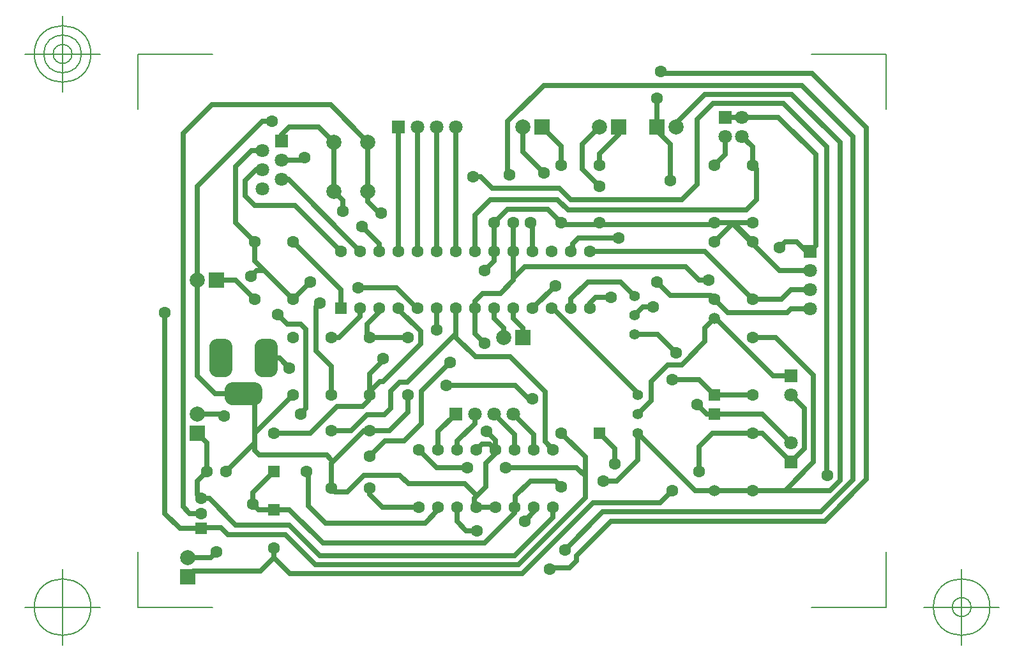
<source format=gbr>
G04 Generated by Ultiboard 14.2 *
%FSLAX34Y34*%
%MOMM*%

%ADD10C,0.0001*%
%ADD11C,0.7000*%
%ADD12C,0.1270*%
%ADD13R,2.0000X2.0000*%
%ADD14C,2.0000*%
%ADD15C,1.6000*%
%ADD16R,1.6000X1.6000*%
%ADD17C,1.5000*%
%ADD18R,1.5000X1.5000*%
%ADD19R,1.8000X1.8000*%
%ADD20C,1.8000*%
%ADD21C,1.4224*%
%ADD22R,1.0000X3.0000*%
%ADD23R,3.0000X1.0000*%


G04 ColorRGB 0000FF for the following layer *
%LNCopper Bottom*%
%LPD*%
G54D10*
G54D11*
X63500Y39896D02*
X63500Y38100D01*
X63500Y39896D02*
X66784Y43180D01*
X63500Y38100D02*
X71120Y45720D01*
X160020Y45720D01*
X177800Y63500D01*
X199260Y42040D02*
X177800Y63500D01*
X199260Y42040D02*
X507156Y42040D01*
X601006Y135890D01*
X544593Y49293D02*
X543560Y48260D01*
X63500Y63500D02*
X93980Y63500D01*
X101600Y71120D01*
X177800Y63500D02*
X177800Y76200D01*
X198120Y106680D02*
X238760Y66040D01*
X193040Y93980D02*
X232980Y54040D01*
X502185Y54040D01*
X238760Y66040D02*
X497215Y66040D01*
X547943Y116768D01*
X502185Y54040D02*
X590550Y142405D01*
X544593Y49293D02*
X569450Y49293D01*
X579120Y58963D02*
X569450Y49293D01*
X579120Y58963D02*
X579120Y66040D01*
X624840Y111760D01*
X198120Y127000D02*
X242570Y82550D01*
X457409Y82550D01*
X497143Y122284D01*
X563880Y73660D02*
X614110Y123890D01*
X53040Y101900D02*
X33020Y121920D01*
X81322Y101900D02*
X53040Y101900D01*
X82592Y103170D02*
X81322Y101900D01*
X82592Y103170D02*
X107650Y103170D01*
X91880Y141800D02*
X127000Y106680D01*
X107650Y103170D02*
X116840Y93980D01*
X127000Y106680D02*
X198120Y106680D01*
X116840Y93980D02*
X193040Y93980D01*
X420943Y111063D02*
X432945Y99060D01*
X447040Y99060D01*
X33020Y121920D02*
X33020Y388620D01*
X66082Y121850D02*
X81322Y121850D01*
X57150Y130782D02*
X66082Y121850D01*
X157480Y127000D02*
X198120Y127000D01*
X157480Y127000D02*
X149860Y134620D01*
X246380Y109220D02*
X223520Y132080D01*
X378460Y109220D02*
X246380Y109220D01*
X395543Y126303D02*
X378460Y109220D01*
X395543Y130212D02*
X395543Y126303D01*
X420943Y130212D02*
X420943Y111063D01*
X497143Y122284D02*
X497143Y130212D01*
X522543Y130212D02*
X522543Y123763D01*
X510540Y111760D01*
X547943Y116768D02*
X547943Y130212D01*
X624840Y111760D02*
X908385Y111760D01*
X614110Y123890D02*
X903545Y123890D01*
X945780Y166125D01*
X908385Y111760D02*
X963560Y166935D01*
X76242Y164660D02*
X76242Y146880D01*
X81322Y141800D01*
X91880Y141800D01*
X149860Y149860D02*
X149860Y134620D01*
X223520Y132080D02*
X223520Y175260D01*
X321908Y130212D02*
X304800Y147320D01*
X304800Y155612D01*
X321908Y130212D02*
X370143Y130212D01*
X431103Y161290D02*
X446343Y146050D01*
X446343Y130212D02*
X471743Y130212D01*
X443803Y132752D02*
X443803Y141543D01*
X459043Y156783D02*
X443803Y141543D01*
X443803Y132752D02*
X446343Y130212D01*
X497143Y130212D02*
X497840Y130910D01*
X517670Y165100D02*
X497840Y145270D01*
X497840Y130910D02*
X497840Y145270D01*
X601006Y135890D02*
X689610Y135890D01*
X590550Y142405D02*
X590550Y196850D01*
X689610Y135890D02*
X706120Y152400D01*
X76242Y164660D02*
X88900Y177318D01*
X149860Y149860D02*
X177800Y177800D01*
X254000Y155612D02*
X259236Y150376D01*
X274836Y150376D01*
X254000Y155612D02*
X254000Y188769D01*
X274836Y150376D02*
X297180Y172720D01*
X344605Y172720D02*
X356035Y161290D01*
X431103Y161290D01*
X459043Y188632D02*
X459043Y156783D01*
X517670Y165100D02*
X551180Y165100D01*
X558800Y157480D02*
X561340Y157480D01*
X551180Y165100D02*
X558800Y157480D01*
X632460Y165100D02*
X614680Y165100D01*
X660400Y193040D02*
X632460Y165100D01*
X736600Y152400D02*
X660400Y228600D01*
X736600Y152400D02*
X855980Y152400D01*
X914890Y152400D02*
X855980Y152400D01*
X893510Y189930D01*
X914890Y152400D02*
X928370Y165880D01*
X928370Y613900D02*
X928370Y165880D01*
X945780Y166125D02*
X945780Y622240D01*
X963560Y166935D02*
X963560Y634140D01*
X88900Y177318D02*
X88900Y215900D01*
X114300Y177800D02*
X152400Y215900D01*
X220980Y177800D02*
X223520Y175260D01*
X297180Y172720D02*
X344605Y172720D01*
X393675Y182880D02*
X370143Y206412D01*
X393675Y182880D02*
X434340Y182880D01*
X579120Y182880D02*
X485140Y182880D01*
X590550Y171450D02*
X579120Y182880D01*
X629920Y187960D02*
X629920Y208280D01*
X741680Y210820D02*
X741680Y177800D01*
X910590Y173990D02*
X911860Y172720D01*
X910590Y608330D02*
X910590Y173990D01*
X247650Y199390D02*
X158260Y199390D01*
X152400Y205250D01*
X152400Y265980D01*
X247650Y199390D02*
X254000Y193040D01*
X254000Y188769D02*
X297043Y231812D01*
X325120Y218440D02*
X304800Y198120D01*
X395543Y206412D02*
X395543Y230443D01*
X420943Y206412D02*
X420943Y217743D01*
X453963Y214032D02*
X446343Y206412D01*
X459043Y188632D02*
X471743Y201332D01*
X464123Y214032D02*
X471743Y206412D01*
X471743Y201332D02*
X471743Y206412D01*
X471743Y219137D01*
X497143Y206412D02*
X497143Y226757D01*
X522543Y206412D02*
X522543Y226757D01*
X537210Y217145D02*
X547943Y206412D01*
X558800Y228600D02*
X590550Y196850D01*
X629920Y208280D02*
X609600Y228600D01*
X660400Y228600D02*
X660400Y193040D01*
X863600Y190500D02*
X825500Y228600D01*
X863600Y190500D02*
X881380Y208280D01*
X881380Y261620D01*
X893510Y189930D02*
X893510Y305370D01*
X76200Y228600D02*
X88900Y215900D01*
X350520Y218440D02*
X325120Y218440D01*
X350520Y218440D02*
X373380Y241300D01*
X420943Y217743D02*
X444500Y241300D01*
X453963Y214032D02*
X464123Y214032D01*
X471743Y219137D02*
X459740Y231140D01*
X497143Y226757D02*
X469900Y254000D01*
X522543Y226757D02*
X495300Y254000D01*
X537210Y283210D02*
X537210Y217145D01*
X759460Y228600D02*
X741680Y210820D01*
X863600Y215900D02*
X825500Y254000D01*
X203200Y279400D02*
X153670Y229870D01*
X226060Y228600D02*
X177800Y228600D01*
X226060Y228600D02*
X261620Y264160D01*
X254000Y231812D02*
X280072Y231812D01*
X300990Y252730D01*
X297043Y231812D02*
X330872Y231812D01*
X355600Y256540D01*
X395543Y230443D02*
X419100Y254000D01*
X444500Y241300D02*
X444500Y254000D01*
X759460Y228600D02*
X825500Y228600D01*
X76200Y254000D02*
X109220Y254000D01*
X111760Y251460D01*
X152400Y265980D02*
X137400Y280980D01*
X220410Y261050D02*
X220410Y366330D01*
X220410Y261050D02*
X213360Y254000D01*
X261620Y264160D02*
X295450Y264160D01*
X302665Y271375D01*
X300990Y252730D02*
X323850Y252730D01*
X332740Y261620D01*
X332740Y284480D01*
X355600Y256540D02*
X355600Y279400D01*
X678180Y271780D02*
X660400Y254000D01*
X751840Y254000D02*
X739140Y266700D01*
X825500Y254000D02*
X751840Y254000D01*
X881380Y261620D02*
X863600Y279400D01*
X76200Y304800D02*
X100020Y280980D01*
X137400Y280980D01*
X254000Y279400D02*
X254000Y317500D01*
X302665Y281535D02*
X318310Y297180D01*
X302665Y271375D02*
X302665Y281535D01*
X304800Y279400D02*
X304800Y307340D01*
X332740Y284480D02*
X344170Y295910D01*
X490920Y329500D02*
X537210Y283210D01*
X497840Y292100D02*
X515620Y274320D01*
X520700Y274320D01*
X660450Y281146D02*
X547796Y393800D01*
X660450Y281146D02*
X660450Y279450D01*
X678180Y297180D02*
X678180Y271780D01*
X741680Y299720D02*
X762000Y279400D01*
X812800Y279400D02*
X762000Y279400D01*
X76200Y304800D02*
X76200Y556260D01*
X304800Y307340D02*
X322580Y325120D01*
X322580Y297180D02*
X372110Y346710D01*
X318310Y297180D02*
X322580Y297180D01*
X344170Y295910D02*
X354330Y295910D01*
X419100Y360680D01*
X406400Y292100D02*
X497840Y292100D01*
X699770Y318770D02*
X678180Y297180D01*
X706120Y299720D02*
X741680Y299720D01*
X839996Y304800D02*
X763796Y381000D01*
X863600Y304800D02*
X839996Y304800D01*
X893510Y305370D02*
X843280Y355600D01*
X167400Y327980D02*
X185100Y327980D01*
X198120Y314960D01*
X233680Y337820D02*
X254000Y317500D01*
X718294Y318770D02*
X699770Y318770D01*
X749300Y349776D02*
X718294Y318770D01*
X233680Y396240D02*
X233680Y337820D01*
X372110Y346710D02*
X372110Y363438D01*
X445200Y329500D02*
X419100Y355600D01*
X444500Y360680D02*
X457200Y347980D01*
X445200Y329500D02*
X490920Y329500D01*
X686805Y359675D02*
X711200Y335280D01*
X220410Y366330D02*
X213360Y373380D01*
X264160Y355600D02*
X292100Y383540D01*
X264160Y355600D02*
X254000Y355600D01*
X304800Y355600D02*
X355600Y355600D01*
X300990Y359410D02*
X300990Y372919D01*
X300990Y359410D02*
X304800Y355600D01*
X372110Y363438D02*
X342900Y392648D01*
X393700Y393800D02*
X393700Y365760D01*
X419100Y355600D02*
X419100Y393800D01*
X444500Y360680D02*
X444500Y403860D01*
X469900Y381000D02*
X482600Y368300D01*
X482600Y355600D01*
X495300Y381000D02*
X508000Y368300D01*
X508000Y355600D01*
X656325Y359675D02*
X686805Y359675D01*
X762000Y381000D02*
X749300Y368300D01*
X749300Y349776D01*
X843280Y355600D02*
X812800Y355600D01*
X182880Y386080D02*
X195580Y373380D01*
X213360Y373380D01*
X300990Y372919D02*
X317500Y389429D01*
X292100Y383540D02*
X292100Y393700D01*
X469900Y393800D02*
X469900Y381000D01*
X495300Y393800D02*
X495300Y381000D01*
X656325Y385075D02*
X667490Y396240D01*
X763796Y381000D02*
X762000Y381000D01*
X152400Y406400D02*
X127000Y431800D01*
X152400Y457200D02*
X203200Y406400D01*
X226060Y429260D01*
X238760Y401320D02*
X233680Y396240D01*
X266700Y419100D02*
X266700Y393800D01*
X317500Y389429D02*
X317500Y393800D01*
X342900Y392648D02*
X342900Y393800D01*
X340360Y421640D02*
X368300Y393700D01*
X444500Y403860D02*
X454660Y414020D01*
X551180Y424180D02*
X520800Y393800D01*
X547796Y393800D02*
X546100Y393800D01*
X571500Y406500D02*
X571500Y393800D01*
X594260Y429260D02*
X571500Y406500D01*
X596900Y393800D02*
X596900Y401320D01*
X604520Y408940D01*
X667490Y396240D02*
X680720Y396240D01*
X812800Y406400D02*
X749400Y469800D01*
X779780Y388620D02*
X756920Y411480D01*
X858520Y388620D02*
X779780Y388620D01*
X850900Y406400D02*
X812800Y406400D01*
X863600Y419100D02*
X850900Y406400D01*
X858520Y388620D02*
X863600Y393700D01*
X889000Y393700D01*
X203200Y482600D02*
X266700Y419100D01*
X289560Y421640D02*
X340360Y421640D01*
X454660Y414020D02*
X478164Y414020D01*
X495300Y431156D01*
X604520Y408940D02*
X624840Y408940D01*
X637541Y429260D02*
X656325Y410475D01*
X703580Y411480D02*
X685800Y429260D01*
X756920Y411480D02*
X703580Y411480D01*
X863600Y419100D02*
X889000Y419100D01*
X127000Y431800D02*
X101600Y431800D01*
X154940Y444500D02*
X147320Y436880D01*
X165100Y444500D02*
X154940Y444500D01*
X495300Y431156D02*
X495300Y431800D01*
X495300Y434340D02*
X495300Y508000D01*
X495300Y434340D02*
X510540Y449580D01*
X594260Y429260D02*
X637541Y429260D01*
X723900Y449580D02*
X741680Y431800D01*
X754380Y431800D01*
X848360Y444500D02*
X787400Y505460D01*
X848360Y444500D02*
X889000Y444500D01*
X152400Y482600D02*
X152400Y457200D01*
X469900Y457200D02*
X469900Y508000D01*
X510540Y449580D02*
X723900Y449580D01*
X127000Y508000D02*
X152400Y482600D01*
X205640Y530860D02*
X266700Y469800D01*
X196750Y565150D02*
X292100Y469800D01*
X317500Y480060D02*
X294640Y502920D01*
X317500Y469800D02*
X317500Y480060D01*
X342900Y635000D02*
X342900Y469800D01*
X368300Y635000D02*
X368300Y469800D01*
X393700Y635000D02*
X393700Y469800D01*
X419100Y635000D02*
X419100Y469800D01*
X444500Y469800D02*
X444500Y518160D01*
X520700Y469800D02*
X520700Y505460D01*
X571500Y469800D02*
X574040Y472340D01*
X574040Y480060D01*
X581660Y487680D01*
X635000Y487680D01*
X749400Y469800D02*
X596900Y469800D01*
X762000Y482600D02*
X786130Y506730D01*
X815340Y480060D02*
X787400Y508000D01*
X855980Y482600D02*
X848360Y474980D01*
X871220Y482600D02*
X855980Y482600D01*
X889000Y469900D02*
X883920Y469900D01*
X871220Y482600D01*
X896620Y477520D02*
X896620Y597790D01*
X896620Y477520D02*
X889000Y469900D01*
X127000Y582470D02*
X127000Y508000D01*
X469900Y508000D02*
X487680Y525780D01*
X520700Y505460D02*
X518160Y508000D01*
X541020Y525780D02*
X561340Y505460D01*
X759460Y505460D01*
X787400Y508000D02*
X762000Y508000D01*
X759460Y505460D02*
X762000Y508000D01*
X786130Y506730D02*
X788670Y506730D01*
X788670Y508000D02*
X787400Y506730D01*
X787400Y505460D02*
X787400Y508000D01*
X788670Y508000D02*
X812800Y508000D01*
X302260Y535940D02*
X317500Y520700D01*
X320040Y520700D01*
X444500Y518160D02*
X464820Y538480D01*
X487680Y525780D02*
X541020Y525780D01*
X567690Y524510D02*
X803910Y524510D01*
X553720Y538480D02*
X567690Y524510D01*
X803910Y524510D02*
X817880Y538480D01*
X139700Y563880D02*
X139700Y543560D01*
X152400Y530860D01*
X205640Y530860D01*
X257387Y549487D02*
X269240Y537633D01*
X302260Y535940D02*
X302260Y614680D01*
X464820Y538480D02*
X553720Y538480D01*
X556260Y553720D02*
X571500Y538480D01*
X718820Y538480D01*
X739140Y558800D01*
X817880Y538480D02*
X817880Y579120D01*
X76200Y556260D02*
X162560Y642620D01*
X153670Y577850D02*
X139700Y563880D01*
X187960Y565150D02*
X196750Y565150D01*
X257387Y614680D02*
X257387Y549487D01*
X452120Y568960D02*
X467360Y553720D01*
X556260Y553720D01*
X609600Y556260D02*
X586740Y579120D01*
X703580Y563880D02*
X703580Y612140D01*
X739140Y558800D02*
X739140Y645160D01*
X147781Y603250D02*
X127000Y582470D01*
X162560Y577850D02*
X153670Y577850D01*
X441960Y568960D02*
X452120Y568960D01*
X487680Y574040D02*
X487680Y642180D01*
X487680Y574040D02*
X490220Y571500D01*
X508000Y601980D02*
X535940Y574040D01*
X558800Y609600D02*
X558800Y584200D01*
X586740Y579120D02*
X586740Y612140D01*
X609600Y599440D02*
X609600Y584200D01*
X762000Y584200D02*
X776350Y598550D01*
X817880Y579120D02*
X812800Y584200D01*
X812800Y607950D01*
X162560Y603250D02*
X147781Y603250D01*
X187960Y590550D02*
X214630Y590550D01*
X218440Y594360D02*
X214630Y590550D01*
X508000Y635000D02*
X508000Y601980D01*
X609600Y599440D02*
X635000Y624840D01*
X776350Y598550D02*
X776350Y622300D01*
X812800Y607950D02*
X798450Y622300D01*
X896620Y597790D02*
X846710Y647700D01*
X852920Y666000D02*
X910590Y608330D01*
X187960Y615950D02*
X187960Y624840D01*
X198120Y635000D01*
X237067Y635000D02*
X257387Y614680D01*
X302260Y614680D02*
X252730Y664210D01*
X533400Y635000D02*
X558800Y609600D01*
X586740Y612140D02*
X609600Y635000D01*
X635000Y624840D02*
X635000Y635000D01*
X703580Y612140D02*
X685800Y629920D01*
X928370Y613900D02*
X864270Y678000D01*
X945780Y622240D02*
X878020Y690000D01*
X162560Y642620D02*
X175260Y642620D01*
X198120Y635000D02*
X237067Y635000D01*
X535500Y690000D02*
X487680Y642180D01*
X685800Y635000D02*
X685800Y673100D01*
X685800Y629920D02*
X685800Y635000D01*
X711200Y635000D02*
X711200Y640080D01*
X749120Y678000D01*
X739140Y645160D02*
X759980Y666000D01*
X846710Y647700D02*
X776350Y647700D01*
X963560Y634140D02*
X891580Y706120D01*
X759980Y666000D02*
X852920Y666000D01*
X749120Y678000D02*
X864270Y678000D01*
X878020Y690000D02*
X535500Y690000D01*
X693420Y706120D02*
X690880Y708660D01*
X891580Y706120D02*
X693420Y706120D01*
X95250Y664210D02*
X57150Y626110D01*
X57150Y130782D01*
X252730Y664210D02*
X95250Y664210D01*
X269240Y537633D02*
X269240Y523240D01*
X469900Y457200D02*
X457200Y444500D01*
X373380Y284480D02*
X411480Y322580D01*
X373380Y241300D02*
X373380Y284480D01*
G54D12*
X-2543Y-2540D02*
X-2543Y70866D01*
X-2543Y-2540D02*
X96695Y-2540D01*
X989840Y-2540D02*
X890602Y-2540D01*
X989840Y-2540D02*
X989840Y70866D01*
X989840Y731525D02*
X989840Y658118D01*
X989840Y731525D02*
X890602Y731525D01*
X-2543Y731525D02*
X96695Y731525D01*
X-2543Y731525D02*
X-2543Y658118D01*
X-52543Y-2540D02*
X-152543Y-2540D01*
X-102543Y-52540D02*
X-102543Y47460D01*
X-140043Y-2540D02*
G75*
D01*
G02X-140043Y-2540I37500J0*
G01*
X1039840Y-2540D02*
X1139840Y-2540D01*
X1089840Y-52540D02*
X1089840Y47460D01*
X1052340Y-2540D02*
G75*
D01*
G02X1052340Y-2540I37500J0*
G01*
X1077340Y-2540D02*
G75*
D01*
G02X1077340Y-2540I12500J0*
G01*
X-52543Y731525D02*
X-152543Y731525D01*
X-102543Y681525D02*
X-102543Y781525D01*
X-140043Y731525D02*
G75*
D01*
G02X-140043Y731525I37500J0*
G01*
X-127543Y731525D02*
G75*
D01*
G02X-127543Y731525I25000J0*
G01*
X-115043Y731525D02*
G75*
D01*
G02X-115043Y731525I12500J0*
G01*
G54D13*
X63500Y38100D03*
X76200Y228600D03*
X508000Y355600D03*
X101600Y431800D03*
X685800Y635000D03*
X533400Y635000D03*
X635000Y635000D03*
G54D14*
X63500Y63500D03*
X76200Y254000D03*
X102400Y312980D02*
X112400Y312980D01*
X112400Y342980D01*
X102400Y342980D01*
X102400Y312980D01*D02*
X162400Y312980D02*
X172400Y312980D01*
X172400Y342980D01*
X162400Y342980D01*
X162400Y312980D01*D02*
X122400Y275980D02*
X152400Y275980D01*
X152400Y285980D01*
X122400Y285980D01*
X122400Y275980D01*D02*
X482600Y355600D03*
X76200Y431800D03*
X257387Y614680D03*
X257387Y549487D03*
X302260Y614680D03*
X302260Y549487D03*
X711200Y635000D03*
X508000Y635000D03*
X609600Y635000D03*
G54D15*
X543560Y48260D03*
X101600Y71120D03*
X81322Y141800D03*
X81322Y121850D03*
X177800Y76200D03*
X563880Y73660D03*
X447040Y99060D03*
X510540Y111760D03*
X370143Y206412D03*
X420943Y130212D03*
X395543Y130212D03*
X446343Y130212D03*
X497143Y130212D03*
X471743Y130212D03*
X522543Y130212D03*
X547943Y130212D03*
X522543Y206412D03*
X446343Y206412D03*
X420943Y206412D03*
X395543Y206412D03*
X497143Y206412D03*
X471743Y206412D03*
X547943Y206412D03*
X370143Y130212D03*
X149860Y134620D03*
X706120Y152400D03*
X177800Y228600D03*
X254000Y155612D03*
X254000Y231812D03*
X304800Y231812D03*
X304800Y155612D03*
X558800Y157480D03*
X614680Y165100D03*
X812800Y228600D03*
X812800Y152400D03*
X911860Y172720D03*
X88900Y177800D03*
X114300Y177800D03*
X220980Y177800D03*
X434340Y182880D03*
X485140Y182880D03*
X629920Y187960D03*
X741680Y177800D03*
X304800Y198120D03*
X459740Y231140D03*
X111760Y251460D03*
X213360Y254000D03*
X739140Y266700D03*
X203200Y355600D03*
X203200Y279400D03*
X254000Y279400D03*
X254000Y355600D03*
X304800Y279400D03*
X304800Y355600D03*
X355600Y355600D03*
X355600Y279400D03*
X406400Y292100D03*
X520700Y274320D03*
X812800Y279400D03*
X812800Y355600D03*
X706120Y299720D03*
X198120Y314960D03*
X322580Y327660D03*
X411480Y322580D03*
X457200Y347980D03*
X711200Y335280D03*
X393700Y365760D03*
X33020Y388620D03*
X182880Y386080D03*
X152400Y406400D03*
X152400Y482600D03*
X203200Y482600D03*
X203200Y406400D03*
X238760Y401320D03*
X292100Y393800D03*
X317500Y393800D03*
X342900Y393800D03*
X368300Y393800D03*
X393700Y393800D03*
X419100Y393800D03*
X444500Y393800D03*
X469900Y393800D03*
X495300Y393800D03*
X520700Y393800D03*
X546100Y393800D03*
X571500Y393800D03*
X596900Y393800D03*
X266700Y469800D03*
X292100Y469800D03*
X317500Y469800D03*
X342900Y469800D03*
X368300Y469800D03*
X393700Y469800D03*
X419100Y469800D03*
X444500Y469800D03*
X469900Y469800D03*
X495300Y469800D03*
X520700Y469800D03*
X546100Y469800D03*
X571500Y469800D03*
X596900Y469800D03*
X624840Y408940D03*
X680720Y396240D03*
X762000Y406400D03*
X762000Y482600D03*
X812800Y406400D03*
X812800Y482600D03*
X226060Y429260D03*
X289560Y421640D03*
X551180Y424180D03*
X685800Y429260D03*
X754380Y431800D03*
X147320Y436880D03*
X457200Y444500D03*
X635000Y487680D03*
X848360Y474980D03*
X294640Y502920D03*
X469900Y508000D03*
X495300Y508000D03*
X518160Y508000D03*
X558800Y584200D03*
X558800Y508000D03*
X609600Y584200D03*
X609600Y508000D03*
X762000Y508000D03*
X762000Y584200D03*
X812800Y584200D03*
X812800Y508000D03*
X269240Y523240D03*
X320040Y520700D03*
X441960Y568960D03*
X490220Y571500D03*
X609600Y556260D03*
X703580Y563880D03*
X535940Y574040D03*
X218440Y594360D03*
X175260Y642620D03*
X685800Y673100D03*
X690880Y708660D03*
X558800Y228600D03*
G54D16*
X81322Y101900D03*
X177800Y127000D03*
X177800Y177800D03*
X266700Y393800D03*
X609600Y228600D03*
G54D17*
X762000Y152400D03*
X762000Y381000D03*
G54D18*
X762000Y254000D03*
X762000Y279400D03*
G54D19*
X863600Y190500D03*
X419100Y254000D03*
X863600Y304800D03*
X889000Y469900D03*
X187960Y615950D03*
X776350Y647700D03*
X342900Y635000D03*
G54D20*
X863600Y215900D03*
X444500Y254000D03*
X469900Y254000D03*
X495300Y254000D03*
X863600Y279400D03*
X889000Y444500D03*
X889000Y419100D03*
X889000Y393700D03*
X187960Y565150D03*
X187960Y590550D03*
X162560Y552450D03*
X162560Y577850D03*
X162560Y603250D03*
X798450Y622300D03*
X776350Y622300D03*
X798450Y647700D03*
X368300Y635000D03*
X393700Y635000D03*
X419100Y635000D03*
G54D21*
X660400Y279400D03*
X660400Y228600D03*
X660400Y254000D03*
X656325Y410475D03*
X656325Y359675D03*
X656325Y385075D03*
G54D22*
X107400Y327980D03*
X167400Y327980D03*
G54D23*
X137400Y280980D03*

M02*

</source>
